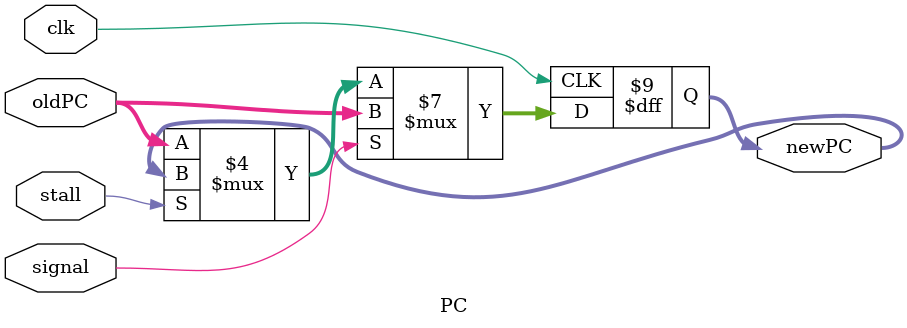
<source format=sv>
/* verilator lint_off UNUSED */
module PC (clk,oldPC, newPC, stall, signal);
	input clk, stall, signal;
	input [31:0] oldPC;
	output reg [31:0] newPC;
	always_ff @(negedge clk) begin
		if (signal)
			newPC <= oldPC;
		else begin
			if (stall == 1)
				newPC <= newPC;
			else
				newPC <= oldPC;
		end
	end
endmodule
/* verilator lint_on UNUSED */

</source>
